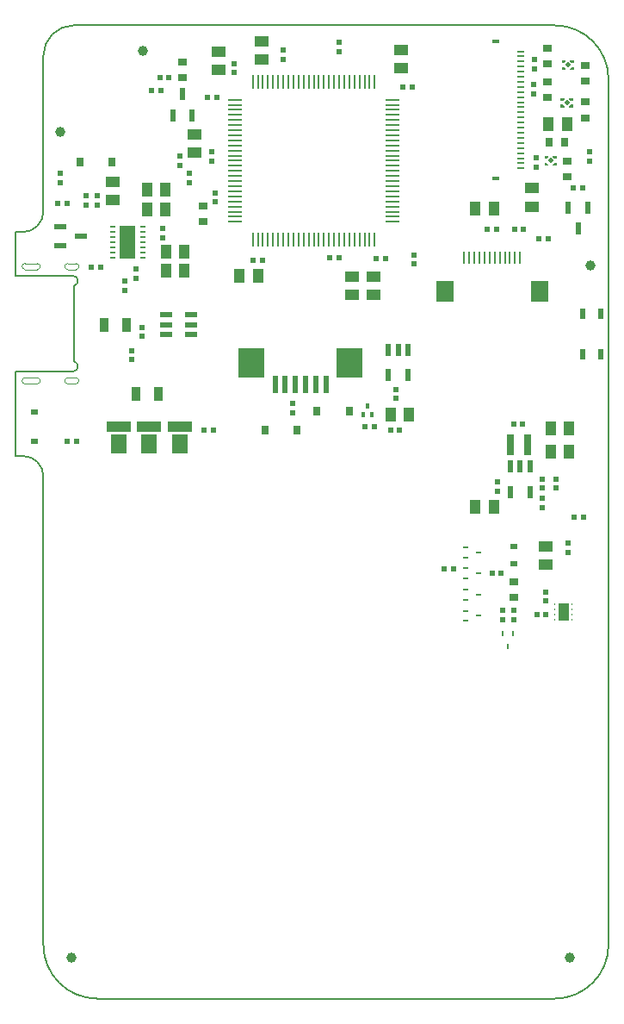
<source format=gtp>
G04 Layer_Color=8421504*
%FSLAX44Y44*%
%MOMM*%
G71*
G01*
G75*
%ADD11R,0.1001X0.1001*%
%ADD12C,1.0000*%
%ADD50C,0.2000*%
%ADD75C,0.0000*%
%ADD102P,0.5939X4X90.0*%
%ADD103R,0.3000X0.5000*%
%ADD104R,0.4001X0.5000*%
%ADD105R,1.3732X0.1794*%
%ADD106R,0.1794X1.3732*%
%ADD107R,0.5000X0.2600*%
%ADD108R,0.2600X0.5000*%
%ADD109R,0.9000X1.4001*%
%ADD110R,2.3501X1.0999*%
%ADD111R,1.6501X1.9800*%
%ADD112R,0.5400X1.2500*%
%ADD113R,1.2500X0.5400*%
%ADD114R,0.6000X0.1499*%
%ADD115R,1.6000X3.2000*%
G04:AMPARAMS|DCode=116|XSize=1.7001mm|YSize=0.9399mm|CornerRadius=0mm|HoleSize=0mm|Usage=FLASHONLY|Rotation=270.000|XOffset=0mm|YOffset=0mm|HoleType=Round|Shape=RoundedRectangle|*
%AMROUNDEDRECTD116*
21,1,1.7001,0.9399,0,0,270.0*
21,1,1.7001,0.9399,0,0,270.0*
1,1,0.0000,-0.4699,-0.8500*
1,1,0.0000,-0.4699,0.8500*
1,1,0.0000,0.4699,0.8500*
1,1,0.0000,0.4699,-0.8500*
%
%ADD116ROUNDEDRECTD116*%
%ADD117R,0.0801X0.1301*%
%ADD118R,0.5000X0.4900*%
%ADD119R,0.4900X0.5000*%
%ADD120R,0.8300X0.7900*%
%ADD121R,0.7900X0.8300*%
%ADD122R,1.3200X0.9800*%
%ADD123R,0.9800X1.3200*%
%ADD124R,0.2000X1.2000*%
%ADD125R,1.7001X2.0999*%
%ADD126R,0.8000X0.8500*%
%ADD127R,0.5000X1.3000*%
%ADD128R,0.7001X0.6000*%
%ADD129R,0.5400X1.1600*%
%ADD130R,1.1600X0.5400*%
%ADD131R,0.7500X2.1000*%
%ADD132R,0.5000X1.7000*%
%ADD133R,2.5000X2.9000*%
%ADD134R,0.7000X0.3000*%
%ADD135R,0.7000X0.2000*%
%ADD136R,0.5000X1.0500*%
%ADD137R,0.7000X0.5000*%
G36*
X544049Y908901D02*
X541579D01*
X540051Y910429D01*
Y911599D01*
X544049D01*
Y908901D01*
D02*
G37*
G36*
X535949Y910429D02*
X534421Y908901D01*
X531951D01*
Y911599D01*
X535949D01*
Y910429D01*
D02*
G37*
G36*
X544049Y902401D02*
X540051D01*
Y903571D01*
X541579Y905099D01*
X544049D01*
Y902401D01*
D02*
G37*
G36*
X535949Y903571D02*
Y902401D01*
X531951D01*
Y905099D01*
X534421D01*
X535949Y903571D01*
D02*
G37*
G36*
X543049Y871901D02*
X540579D01*
X539051Y873429D01*
Y874599D01*
X543049D01*
Y871901D01*
D02*
G37*
G36*
X534949Y873429D02*
X533421Y871901D01*
X530951D01*
Y874599D01*
X534949D01*
Y873429D01*
D02*
G37*
G36*
X543049Y865401D02*
X539051D01*
Y866571D01*
X540579Y868099D01*
X543049D01*
Y865401D01*
D02*
G37*
G36*
X534949Y866571D02*
Y865401D01*
X530951D01*
Y868099D01*
X533421D01*
X534949Y866571D01*
D02*
G37*
G36*
X527049Y814901D02*
X524579D01*
X523051Y816429D01*
Y817599D01*
X527049D01*
Y814901D01*
D02*
G37*
G36*
X518949Y816429D02*
X517421Y814901D01*
X514951D01*
Y817599D01*
X518949D01*
Y816429D01*
D02*
G37*
G36*
X527049Y808401D02*
X523051D01*
Y809571D01*
X524579Y811099D01*
X527049D01*
Y808401D01*
D02*
G37*
G36*
X518949Y809571D02*
Y808401D01*
X514951D01*
Y811099D01*
X517421D01*
X518949Y809571D01*
D02*
G37*
D11*
X533951Y910251D02*
D03*
Y903749D02*
D03*
X542049D02*
D03*
Y910251D02*
D03*
X525049Y816251D02*
D03*
Y809749D02*
D03*
X516951D02*
D03*
Y816251D02*
D03*
X532951Y873251D02*
D03*
Y866749D02*
D03*
X541049D02*
D03*
Y873251D02*
D03*
D12*
X39000Y841000D02*
D03*
X540000Y30000D02*
D03*
X120000Y921000D02*
D03*
X50000Y30000D02*
D03*
X560000Y710000D02*
D03*
D50*
X22001Y503001D02*
G03*
X2001Y523001I-20000J0D01*
G01*
X22001Y43000D02*
G03*
X75000Y-10000I53000J0D01*
G01*
X524999D02*
G03*
X577999Y43000I0J53000D01*
G01*
Y893000D02*
G03*
X524999Y946000I-53000J0D01*
G01*
X52000D02*
G03*
X22001Y916000I0J-30000D01*
G01*
X2001Y743001D02*
G03*
X22001Y763001I0J20000D01*
G01*
X51000Y606000D02*
G03*
X52039Y615891I0J5000D01*
G01*
X51997Y690100D02*
G03*
X51000Y700000I-997J4900D01*
G01*
X-5001Y605801D02*
X51000D01*
X-5001Y523001D02*
Y605801D01*
X52000Y615900D02*
Y690100D01*
X-5000Y700000D02*
X51000D01*
X-5001Y700001D02*
Y743001D01*
X577999Y43000D02*
Y893000D01*
X52000Y946000D02*
X524999D01*
X22001Y763001D02*
Y916000D01*
X-5000Y743001D02*
X2000D01*
X-5000Y523001D02*
X2001D01*
X22001Y43000D02*
Y503001D01*
X75000Y-10000D02*
X524999D01*
D75*
X15999Y593800D02*
G03*
X18999Y596800I0J3000D01*
G01*
D02*
G03*
X15999Y599800I-3000J0D01*
G01*
X4001D02*
G03*
X1001Y596800I0J-3000D01*
G01*
D02*
G03*
X4001Y593800I3000J0D01*
G01*
X54000Y706200D02*
G03*
X57000Y709200I0J3000D01*
G01*
D02*
G03*
X54000Y712200I-3000J0D01*
G01*
X45999D02*
G03*
X43000Y709200I0J-3000D01*
G01*
D02*
G03*
X45999Y706200I3000J0D01*
G01*
X54000Y593800D02*
G03*
X57000Y596800I0J3000D01*
G01*
D02*
G03*
X54000Y599800I-3000J0D01*
G01*
X45999D02*
G03*
X43000Y596800I0J-3000D01*
G01*
D02*
G03*
X45999Y593800I3000J0D01*
G01*
X15999Y706200D02*
G03*
X18999Y709200I0J3000D01*
G01*
D02*
G03*
X15999Y712200I-3000J0D01*
G01*
X4001D02*
G03*
X1001Y709200I0J-3000D01*
G01*
D02*
G03*
X4001Y706200I3000J0D01*
G01*
Y599800D02*
X15999D01*
X4001Y593800D02*
X15999D01*
X45999Y712200D02*
X54000D01*
X45999Y706200D02*
X54000D01*
X45999Y599800D02*
X54000D01*
X45999Y593800D02*
X54000D01*
X4001Y712200D02*
X15999D01*
X4001Y706200D02*
X15999D01*
D102*
X538000Y907000D02*
D03*
X521000Y813000D02*
D03*
X537000Y870000D02*
D03*
D103*
X337000Y563999D02*
D03*
X345000D02*
D03*
D104*
X341000Y572001D02*
D03*
D105*
X210784Y873000D02*
D03*
Y868002D02*
D03*
Y863000D02*
D03*
Y858002D02*
D03*
Y853001D02*
D03*
Y848002D02*
D03*
Y843001D02*
D03*
Y838002D02*
D03*
Y833001D02*
D03*
Y828002D02*
D03*
Y823001D02*
D03*
Y818002D02*
D03*
Y813001D02*
D03*
Y807999D02*
D03*
Y803001D02*
D03*
Y797999D02*
D03*
Y793001D02*
D03*
Y787999D02*
D03*
Y783001D02*
D03*
Y777999D02*
D03*
Y773001D02*
D03*
Y767999D02*
D03*
Y763001D02*
D03*
Y757999D02*
D03*
Y753001D02*
D03*
X365216D02*
D03*
Y757999D02*
D03*
Y763001D02*
D03*
Y767999D02*
D03*
Y773001D02*
D03*
Y777999D02*
D03*
Y783001D02*
D03*
Y787999D02*
D03*
Y793001D02*
D03*
Y797999D02*
D03*
Y803001D02*
D03*
Y807999D02*
D03*
Y813001D02*
D03*
Y818002D02*
D03*
Y823001D02*
D03*
Y828002D02*
D03*
Y833001D02*
D03*
Y838002D02*
D03*
Y843001D02*
D03*
Y848002D02*
D03*
Y853001D02*
D03*
Y858002D02*
D03*
Y863000D02*
D03*
Y868002D02*
D03*
Y873000D02*
D03*
D106*
X228001Y735785D02*
D03*
X232999D02*
D03*
X238001D02*
D03*
X242999D02*
D03*
X248001D02*
D03*
X252999D02*
D03*
X258001D02*
D03*
X262999D02*
D03*
X268001D02*
D03*
X272999D02*
D03*
X278000D02*
D03*
X282999D02*
D03*
X288000D02*
D03*
X293002D02*
D03*
X298000D02*
D03*
X303002D02*
D03*
X308000D02*
D03*
X313002D02*
D03*
X318000D02*
D03*
X323002D02*
D03*
X328000D02*
D03*
X333002D02*
D03*
X338000D02*
D03*
X343002D02*
D03*
X348000D02*
D03*
Y890217D02*
D03*
X343002D02*
D03*
X338000D02*
D03*
X333002D02*
D03*
X328000D02*
D03*
X323002D02*
D03*
X318000D02*
D03*
X313002D02*
D03*
X308000D02*
D03*
X303002D02*
D03*
X298000D02*
D03*
X293002D02*
D03*
X288000D02*
D03*
X282999D02*
D03*
X278000D02*
D03*
X272999D02*
D03*
X268001D02*
D03*
X262999D02*
D03*
X258001D02*
D03*
X252999D02*
D03*
X248001D02*
D03*
X242999D02*
D03*
X238001D02*
D03*
X232999D02*
D03*
X228001D02*
D03*
D107*
X437500Y433001D02*
D03*
Y422999D02*
D03*
X450500Y428000D02*
D03*
X437500Y371001D02*
D03*
Y360999D02*
D03*
X450500Y366000D02*
D03*
X437500Y413001D02*
D03*
Y402999D02*
D03*
X450500Y408000D02*
D03*
X437500Y392001D02*
D03*
Y381999D02*
D03*
X450500Y387000D02*
D03*
D108*
X484001Y348500D02*
D03*
X473999D02*
D03*
X479000Y335500D02*
D03*
D109*
X112999Y584000D02*
D03*
X135001D02*
D03*
X81999Y652000D02*
D03*
X104001D02*
D03*
D110*
X95999Y551398D02*
D03*
X125999D02*
D03*
X155999D02*
D03*
D111*
X95999Y535000D02*
D03*
X125999D02*
D03*
X155999D02*
D03*
D112*
X548000Y746750D02*
D03*
X557500Y767250D02*
D03*
X538500D02*
D03*
X159000Y878250D02*
D03*
X149500Y857750D02*
D03*
X168500D02*
D03*
D113*
X59250Y739000D02*
D03*
X38750Y748500D02*
D03*
Y729500D02*
D03*
D114*
X119501Y748001D02*
D03*
Y743000D02*
D03*
Y738001D02*
D03*
Y733000D02*
D03*
Y727999D02*
D03*
Y723000D02*
D03*
Y717999D02*
D03*
X90499D02*
D03*
Y723000D02*
D03*
Y727999D02*
D03*
Y748001D02*
D03*
Y743000D02*
D03*
Y738001D02*
D03*
Y733000D02*
D03*
D115*
X105000D02*
D03*
D116*
X534000Y370000D02*
D03*
D117*
X542499Y377501D02*
D03*
Y372499D02*
D03*
Y367501D02*
D03*
Y362499D02*
D03*
X525501D02*
D03*
Y367501D02*
D03*
Y372499D02*
D03*
Y377501D02*
D03*
D118*
X559000Y812450D02*
D03*
X559000Y821550D02*
D03*
X313000Y920450D02*
D03*
X313000Y929550D02*
D03*
X474000Y362450D02*
D03*
X474000Y371550D02*
D03*
X387000Y711450D02*
D03*
X387000Y720550D02*
D03*
X538000Y437550D02*
D03*
X538000Y428450D02*
D03*
X485000Y371550D02*
D03*
X485000Y362450D02*
D03*
X156000Y817550D02*
D03*
X156000Y808450D02*
D03*
X113000Y697450D02*
D03*
X113000Y706550D02*
D03*
X75000Y778550D02*
D03*
X75000Y769450D02*
D03*
X369000Y579450D02*
D03*
X369000Y588550D02*
D03*
X102000Y685450D02*
D03*
X102000Y694550D02*
D03*
X109000Y626550D02*
D03*
X109000Y617450D02*
D03*
X258000Y912450D02*
D03*
X258000Y921550D02*
D03*
X513000Y481550D02*
D03*
X513000Y472450D02*
D03*
X513000Y491450D02*
D03*
X513000Y500550D02*
D03*
X188000Y812450D02*
D03*
X188000Y821550D02*
D03*
X516000Y389550D02*
D03*
X516000Y380450D02*
D03*
X267000Y565450D02*
D03*
X267000Y574550D02*
D03*
X507000Y806450D02*
D03*
X507000Y815550D02*
D03*
X191000Y781550D02*
D03*
X191000Y772450D02*
D03*
X166000Y791450D02*
D03*
X166000Y800550D02*
D03*
X210000Y908550D02*
D03*
X210000Y899450D02*
D03*
X64000Y769450D02*
D03*
X64000Y778550D02*
D03*
X526000Y500550D02*
D03*
X526000Y491450D02*
D03*
X139000Y746550D02*
D03*
X139000Y737450D02*
D03*
X119000Y640450D02*
D03*
X119000Y649550D02*
D03*
X469000Y497550D02*
D03*
X469000Y488450D02*
D03*
X505000Y912550D02*
D03*
X505000Y903450D02*
D03*
X504000Y887550D02*
D03*
X504000Y878450D02*
D03*
X39000Y791450D02*
D03*
X39000Y800550D02*
D03*
D119*
X303450Y718000D02*
D03*
X312550Y718000D02*
D03*
X183450Y875000D02*
D03*
X192550Y875000D02*
D03*
X416450Y412000D02*
D03*
X425550Y412000D02*
D03*
X507450Y367000D02*
D03*
X516550Y367000D02*
D03*
X472550Y408000D02*
D03*
X463450Y408000D02*
D03*
X552550Y786000D02*
D03*
X543450Y786000D02*
D03*
X518550Y736000D02*
D03*
X509450Y736000D02*
D03*
X45550Y771000D02*
D03*
X36450Y771000D02*
D03*
X78550Y708000D02*
D03*
X69450Y708000D02*
D03*
X45450Y537000D02*
D03*
X54550Y537000D02*
D03*
X338450Y552000D02*
D03*
X347550Y552000D02*
D03*
X137550Y882000D02*
D03*
X128450Y882000D02*
D03*
X136450Y895000D02*
D03*
X145550Y895000D02*
D03*
X553550Y463000D02*
D03*
X544450Y463000D02*
D03*
X180450Y548000D02*
D03*
X189550Y548000D02*
D03*
X458450Y746000D02*
D03*
X467550Y746000D02*
D03*
X372550Y548000D02*
D03*
X363450Y548000D02*
D03*
X494550Y746000D02*
D03*
X485450Y746000D02*
D03*
X384550Y885000D02*
D03*
X375450Y885000D02*
D03*
X358550Y717000D02*
D03*
X349450Y717000D02*
D03*
X228450Y715000D02*
D03*
X237550Y715000D02*
D03*
X484450Y554000D02*
D03*
X493550Y554000D02*
D03*
D120*
X518000Y923700D02*
D03*
X518000Y908300D02*
D03*
X555000Y891300D02*
D03*
X555000Y906700D02*
D03*
X537000Y797300D02*
D03*
X537000Y812700D02*
D03*
X518000Y890700D02*
D03*
X518000Y875300D02*
D03*
X555000Y855300D02*
D03*
X555000Y870700D02*
D03*
X485000Y384300D02*
D03*
X485000Y399700D02*
D03*
X179000Y753300D02*
D03*
X179000Y768700D02*
D03*
X159000Y909700D02*
D03*
X159000Y894300D02*
D03*
D121*
X534700Y831000D02*
D03*
X519300Y831000D02*
D03*
D122*
X171000Y838950D02*
D03*
X171000Y821050D02*
D03*
X503000Y785950D02*
D03*
X503000Y768050D02*
D03*
X90000Y791950D02*
D03*
X90000Y774050D02*
D03*
X194000Y919950D02*
D03*
X194000Y902050D02*
D03*
X374000Y921950D02*
D03*
X374000Y904050D02*
D03*
X347000Y681050D02*
D03*
X347000Y698950D02*
D03*
X326000Y681050D02*
D03*
X326000Y698950D02*
D03*
X237000Y929950D02*
D03*
X237000Y912050D02*
D03*
X516000Y416050D02*
D03*
X516000Y433950D02*
D03*
D123*
X447050Y766000D02*
D03*
X464950Y766000D02*
D03*
X141950Y785000D02*
D03*
X124050Y785000D02*
D03*
X381950Y564000D02*
D03*
X364050Y564000D02*
D03*
X141950Y765000D02*
D03*
X124050Y765000D02*
D03*
X536950Y849000D02*
D03*
X519050Y849000D02*
D03*
X215050Y700000D02*
D03*
X232950Y700000D02*
D03*
X160950Y724000D02*
D03*
X143050Y724000D02*
D03*
X538950Y527000D02*
D03*
X521050Y527000D02*
D03*
X538950Y550000D02*
D03*
X521050Y550000D02*
D03*
X447050Y473000D02*
D03*
X464950Y473000D02*
D03*
X160950Y705000D02*
D03*
X143050Y705000D02*
D03*
D124*
X435999Y717499D02*
D03*
X441001D02*
D03*
X445999D02*
D03*
X451001D02*
D03*
X455999D02*
D03*
X461001D02*
D03*
X465999D02*
D03*
X471001D02*
D03*
X475999D02*
D03*
X481001D02*
D03*
X485999D02*
D03*
X491001D02*
D03*
D125*
X417000Y685000D02*
D03*
X510000D02*
D03*
D126*
X322752Y567002D02*
D03*
X291252D02*
D03*
X240248Y547998D02*
D03*
X271748D02*
D03*
X89752Y812002D02*
D03*
X58252D02*
D03*
D127*
X380500Y602501D02*
D03*
X361500D02*
D03*
Y627499D02*
D03*
X371000D02*
D03*
X380500D02*
D03*
D128*
X13122Y566001D02*
D03*
Y536999D02*
D03*
D129*
X500499Y512551D02*
D03*
X490999D02*
D03*
X481499D02*
D03*
Y487452D02*
D03*
X500499D02*
D03*
D130*
X142450Y652000D02*
D03*
X167550Y642500D02*
D03*
Y652000D02*
D03*
Y661500D02*
D03*
X142450D02*
D03*
Y642500D02*
D03*
D131*
X498250Y534000D02*
D03*
X481750D02*
D03*
D132*
X250001Y593000D02*
D03*
X260001D02*
D03*
X270001D02*
D03*
X280001D02*
D03*
X290001D02*
D03*
X300001D02*
D03*
D133*
X323500Y614700D02*
D03*
X226500D02*
D03*
D134*
X467000Y795500D02*
D03*
Y930500D02*
D03*
D135*
X492000Y805500D02*
D03*
Y810500D02*
D03*
Y815500D02*
D03*
Y820500D02*
D03*
Y825500D02*
D03*
Y830500D02*
D03*
Y835500D02*
D03*
Y840500D02*
D03*
Y845500D02*
D03*
Y850500D02*
D03*
Y855500D02*
D03*
Y860500D02*
D03*
Y920500D02*
D03*
Y915500D02*
D03*
Y910500D02*
D03*
Y905500D02*
D03*
Y900500D02*
D03*
Y895500D02*
D03*
Y890500D02*
D03*
Y885500D02*
D03*
Y880500D02*
D03*
Y875500D02*
D03*
Y870500D02*
D03*
Y865500D02*
D03*
D136*
X570200Y662750D02*
D03*
X552200D02*
D03*
Y623250D02*
D03*
X570200D02*
D03*
D137*
X485000Y417500D02*
D03*
Y434500D02*
D03*
M02*

</source>
